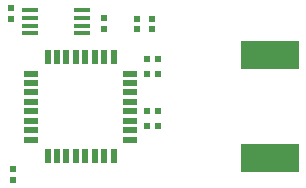
<source format=gbp>
G04 #@! TF.GenerationSoftware,KiCad,Pcbnew,no-vcs-found-a20cce0~59~ubuntu16.04.1*
G04 #@! TF.CreationDate,2017-08-21T15:18:52+01:00*
G04 #@! TF.ProjectId,okgo2usbcontrol,6F6B676F32757362636F6E74726F6C2E,rev?*
G04 #@! TF.SameCoordinates,Original*
G04 #@! TF.FileFunction,Paste,Bot*
G04 #@! TF.FilePolarity,Positive*
%FSLAX46Y46*%
G04 Gerber Fmt 4.6, Leading zero omitted, Abs format (unit mm)*
G04 Created by KiCad (PCBNEW no-vcs-found-a20cce0~59~ubuntu16.04.1) date Mon Aug 21 15:18:52 2017*
%MOMM*%
%LPD*%
G01*
G04 APERTURE LIST*
%ADD10R,0.620000X0.620000*%
%ADD11R,1.200000X0.500000*%
%ADD12R,0.500000X1.200000*%
%ADD13R,1.450000X0.450000*%
%ADD14R,5.000000X2.400000*%
G04 APERTURE END LIST*
D10*
X118000000Y-105450000D03*
X118000000Y-104550000D03*
X116750000Y-104550000D03*
X116750000Y-105450000D03*
X117650000Y-112400000D03*
X118550000Y-112400000D03*
X118550000Y-109200000D03*
X117650000Y-109200000D03*
X106100000Y-104550000D03*
X106100000Y-103650000D03*
X106250000Y-118200000D03*
X106250000Y-117300000D03*
X117650000Y-108000000D03*
X118550000Y-108000000D03*
X118550000Y-113600000D03*
X117650000Y-113600000D03*
X114000000Y-104500000D03*
X114000000Y-105400000D03*
D11*
X116200000Y-109200000D03*
X116200000Y-110000000D03*
X116200000Y-110800000D03*
X116200000Y-111600000D03*
X116200000Y-112400000D03*
X116200000Y-113200000D03*
X116200000Y-114000000D03*
X116200000Y-114800000D03*
D12*
X114800000Y-116200000D03*
X114000000Y-116200000D03*
X113200000Y-116200000D03*
X112400000Y-116200000D03*
X111600000Y-116200000D03*
X110800000Y-116200000D03*
X110000000Y-116200000D03*
X109200000Y-116200000D03*
D11*
X107800000Y-114800000D03*
X107800000Y-114000000D03*
X107800000Y-113200000D03*
X107800000Y-112400000D03*
X107800000Y-111600000D03*
X107800000Y-110800000D03*
X107800000Y-110000000D03*
X107800000Y-109200000D03*
D12*
X109200000Y-107800000D03*
X110000000Y-107800000D03*
X110800000Y-107800000D03*
X111600000Y-107800000D03*
X112400000Y-107800000D03*
X113200000Y-107800000D03*
X114000000Y-107800000D03*
X114800000Y-107800000D03*
D13*
X112150000Y-103850000D03*
X112150000Y-104500000D03*
X112150000Y-105150000D03*
X112150000Y-105800000D03*
X107750000Y-105800000D03*
X107750000Y-105150000D03*
X107750000Y-104500000D03*
X107750000Y-103850000D03*
D14*
X128000000Y-116375000D03*
X128000000Y-107625000D03*
M02*

</source>
